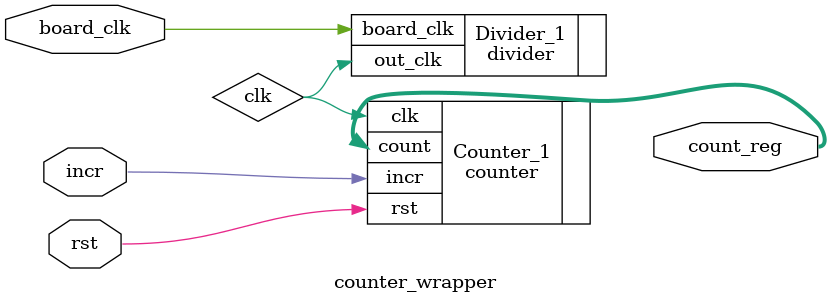
<source format=sv>
module counter_wrapper(
	input  logic board_clk, rst, incr,
	output logic [3:0] count_reg
);
    
	wire clk;
	
	// Changed from implicit (.*) to explicit port connections for compatibility
	counter #(.WIDTH(4)) Counter_1 (
		.clk(clk),
		.rst(rst),
		.incr(incr),
		.count(count_reg)
	);

	divider #(.FREQ(1)) Divider_1 (
		.board_clk(board_clk),
		.out_clk(clk)
	); 
    
endmodule


</source>
